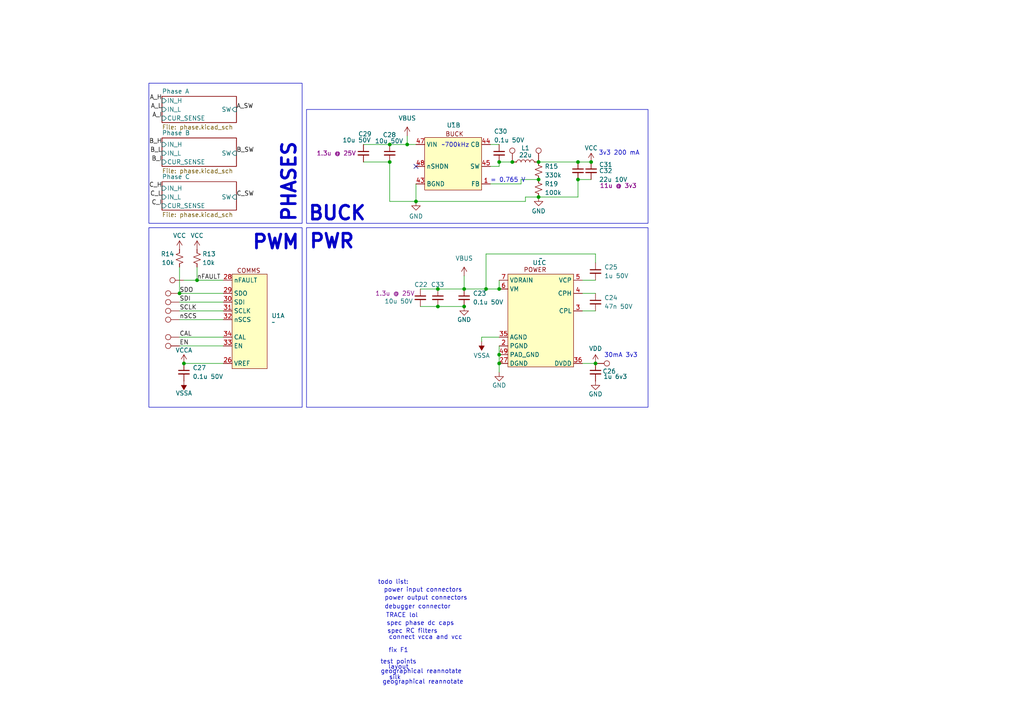
<source format=kicad_sch>
(kicad_sch (version 20250114) (generator "eeschema") (generator_version "9.0")
  (paper "A4")
  (lib_symbols
    (symbol "DRV8323RS_1"
      (property "Reference" "U" (at -2.54 10.922 0))
      (symbol "DRV8323RS_1_1_0"
        (pin no_connect line (at -12.7 -1.27 180) (length 2.54) (hide yes) (name "NC") (number "46"))
        (pin unspecified line (at -7.62 10.16 0) (length 2.54) (name "nFAULT") (number "28"))
        (pin unspecified line (at -7.62 6.35 0) (length 2.54) (name "SDO") (number "29"))
        (pin unspecified line (at -7.62 3.81 0) (length 2.54) (name "SDI") (number "30"))
        (pin unspecified line (at -7.62 1.27 0) (length 2.54) (name "SCLK") (number "31"))
        (pin unspecified line (at -7.62 -1.27 0) (length 2.54) (name "nSCS") (number "32"))
        (pin unspecified line (at -7.62 -6.35 0) (length 2.54) (name "CAL") (number "34"))
        (pin unspecified line (at -7.62 -8.89 0) (length 2.54) (name "EN") (number "33"))
        (pin unspecified line (at -7.62 -13.97 0) (length 2.54) (name "VREF") (number "26"))
      )
      (symbol "DRV8323RS_1_1_1"
        (rectangle (start -5.08 11.938) (end 5.08 -15.494) (fill (type background)))
        (text "COMMS\n" (at -0.254 12.954 0) (effects (font (size 1.27 1.27))))
      )
      (symbol "DRV8323RS_1_2_0"
        (pin unspecified line (at -11.43 13.97 0) (length 2.54) (name "VIN") (number "47"))
        (pin unspecified line (at -11.43 7.62 0) (length 2.54) (name "nSHDN") (number "48"))
        (pin unspecified line (at -11.43 2.54 0) (length 2.54) (name "BGND") (number "43"))
        (pin unspecified line (at 10.16 13.97 180) (length 2.54) (name "CB") (number "44"))
        (pin unspecified line (at 10.16 7.62 180) (length 2.54) (name "SW") (number "45"))
        (pin unspecified line (at 10.16 2.54 180) (length 2.54) (name "FB") (number "1"))
      )
      (symbol "DRV8323RS_1_2_1"
        (rectangle (start -8.89 16.002) (end 7.62 0.762) (fill (type background)))
        (text "BUCK" (at -0.254 17.018 0) (effects (font (size 1.27 1.27))))
      )
      (symbol "DRV8323RS_1_3_0"
        (pin unspecified line (at -11.43 10.16 0) (length 2.54) (name "VDRAIN") (number "7"))
        (pin unspecified line (at -11.43 7.62 0) (length 2.54) (name "VM") (number "6"))
        (pin unspecified line (at -11.43 -6.35 0) (length 2.54) (name "AGND") (number "35"))
        (pin unspecified line (at -11.43 -8.89 0) (length 2.54) (name "PGND") (number "2"))
        (pin unspecified line (at -11.43 -11.43 0) (length 2.54) (name "PAD_GND") (number "49"))
        (pin unspecified line (at -11.43 -13.97 0) (length 2.54) (name "DGND") (number "27"))
        (pin unspecified line (at 12.7 10.16 180) (length 2.54) (name "VCP") (number "5"))
        (pin unspecified line (at 12.7 6.35 180) (length 2.54) (name "CPH") (number "4"))
        (pin unspecified line (at 12.7 1.27 180) (length 2.54) (name "CPL") (number "3"))
        (pin unspecified line (at 12.7 -13.97 180) (length 2.54) (name "DVDD") (number "36"))
      )
      (symbol "DRV8323RS_1_3_1"
        (rectangle (start -8.89 11.938) (end 10.16 -14.986) (fill (type background)))
        (text "POWER" (at -1.016 13.208 0) (effects (font (size 1.27 1.27))))
      )
      (symbol "DRV8323RS_1_4_0"
        (pin unspecified line (at -8.89 5.08 0) (length 2.54) (name "INLA") (number "38"))
        (pin unspecified line (at -8.89 2.54 0) (length 2.54) (name "INHA") (number "37"))
        (pin unspecified line (at -8.89 -5.08 0) (length 2.54) (name "SOA") (number "25"))
        (pin unspecified line (at 8.89 5.08 180) (length 2.54) (name "GHA") (number "8"))
        (pin unspecified line (at 8.89 2.54 180) (length 2.54) (name "SHA") (number "9"))
        (pin unspecified line (at 8.89 0 180) (length 2.54) (name "GLA") (number "10"))
        (pin unspecified line (at 8.89 -2.54 180) (length 2.54) (name "SPA") (number "11"))
        (pin unspecified line (at 8.89 -5.08 180) (length 2.54) (name "SNA") (number "12"))
      )
      (symbol "DRV8323RS_1_4_1"
        (rectangle (start -6.35 6.858) (end 6.35 -6.35) (fill (type background)))
        (text "PHASE A" (at -0.762 8.128 0) (effects (font (size 1.27 1.27))))
      )
      (symbol "DRV8323RS_1_5_0"
        (pin unspecified line (at -8.89 5.08 0) (length 2.54) (name "INLB") (number "40"))
        (pin unspecified line (at -8.89 2.54 0) (length 2.54) (name "INHB") (number "39"))
        (pin unspecified line (at -8.89 -5.08 0) (length 2.54) (name "SOB") (number "24"))
        (pin unspecified line (at 8.89 5.08 180) (length 2.54) (name "GHB") (number "17"))
        (pin unspecified line (at 8.89 2.54 180) (length 2.54) (name "SHB") (number "16"))
        (pin unspecified line (at 8.89 0 180) (length 2.54) (name "GLB") (number "15"))
        (pin unspecified line (at 8.89 -2.54 180) (length 2.54) (name "SPB") (number "14"))
        (pin unspecified line (at 8.89 -5.08 180) (length 2.54) (name "SNB") (number "13"))
      )
      (symbol "DRV8323RS_1_5_1"
        (rectangle (start -6.35 6.35) (end 6.35 -6.858) (fill (type background)))
        (text "PHASE B" (at -0.508 7.62 0) (effects (font (size 1.27 1.27))))
      )
      (symbol "DRV8323RS_1_6_0"
        (pin unspecified line (at -8.89 5.08 0) (length 2.54) (name "INLC") (number "42"))
        (pin unspecified line (at -8.89 2.54 0) (length 2.54) (name "INHC") (number "41"))
        (pin unspecified line (at -8.89 -5.08 0) (length 2.54) (name "SOC") (number "23"))
        (pin unspecified line (at 8.89 5.08 180) (length 2.54) (name "GHC") (number "18"))
        (pin unspecified line (at 8.89 2.54 180) (length 2.54) (name "SHC") (number "19"))
        (pin unspecified line (at 8.89 0 180) (length 2.54) (name "GLC") (number "20"))
        (pin unspecified line (at 8.89 -2.54 180) (length 2.54) (name "SPC") (number "21"))
        (pin unspecified line (at 8.89 -5.08 180) (length 2.54) (name "SNC") (number "22"))
      )
      (symbol "DRV8323RS_1_6_1"
        (rectangle (start -6.35 6.35) (end 6.35 -6.858) (fill (type background)))
        (text "PHASE C" (at -0.508 7.62 0) (effects (font (size 1.27 1.27))))
      )
    )
    (symbol "Device:C_Small" (pin_numbers (hide yes)) (pin_names (offset 0.254) (hide yes))
      (property "Reference" "C" (at 0.254 1.778 0))
      (property "Value" "C_Small" (at 0.254 -2.032 0))
      (symbol "C_Small_0_1"
        (polyline (pts (xy -1.524 0.508) (xy 1.524 0.508)) (stroke (width 0.3048)))
        (polyline (pts (xy -1.524 -0.508) (xy 1.524 -0.508)) (stroke (width 0.3302)))
      )
      (symbol "C_Small_1_1"
        (pin passive line (at 0 2.54 270) (length 2.032) (name "~") (number "1"))
        (pin passive line (at 0 -2.54 90) (length 2.032) (name "~") (number "2"))
      )
    )
    (symbol "Device:L" (pin_numbers (hide yes)) (pin_names (offset 1.016) (hide yes))
      (property "Reference" "L" (at -1.27 0 90))
      (property "Value" "L" (at 1.905 0 90))
      (symbol "L_0_1"
        (arc (start 0 2.54) (mid 0.6323 1.905) (end 0 1.27))
        (arc (start 0 1.27) (mid 0.6323 0.635) (end 0 0))
        (arc (start 0 0) (mid 0.6323 -0.635) (end 0 -1.27))
        (arc (start 0 -1.27) (mid 0.6323 -1.905) (end 0 -2.54))
      )
      (symbol "L_1_1"
        (pin passive line (at 0 3.81 270) (length 1.27) (name "1") (number "1"))
        (pin passive line (at 0 -3.81 90) (length 1.27) (name "2") (number "2"))
      )
    )
    (symbol "Device:R_Small_US" (pin_numbers (hide yes)) (pin_names (offset 0.254) (hide yes))
      (property "Reference" "R" (at 0.762 0.508 0))
      (property "Value" "R_Small_US" (at 0.762 -1.016 0))
      (symbol "R_Small_US_1_1"
        (polyline (pts (xy 0 1.524) (xy 1.016 1.143) (xy 0 0.762) (xy -1.016 0.381) (xy 0 0)))
        (polyline (pts (xy 0 0) (xy 1.016 -0.381) (xy 0 -0.762) (xy -1.016 -1.143) (xy 0 -1.524)))
        (pin passive line (at 0 2.54 270) (length 1.016) (name "~") (number "1"))
        (pin passive line (at 0 -2.54 90) (length 1.016) (name "~") (number "2"))
      )
    )
    (symbol "power:GND" (power) (pin_numbers (hide yes)) (pin_names (offset 0) (hide yes))
      (property "Value" "GND" (at 0 -3.81 0))
      (symbol "GND_0_1"
        (polyline (pts (xy 0 0) (xy 0 -1.27) (xy 1.27 -1.27) (xy 0 -2.54) (xy -1.27 -1.27) (xy 0 -1.27)))
      )
      (symbol "GND_1_1"
        (pin power_in line (at 0 0 270) (length 0) (name "~") (number "1"))
      )
    )
    (symbol "power:VBUS" (power) (pin_numbers (hide yes)) (pin_names (offset 0) (hide yes))
      (property "Value" "VBUS" (at 0 3.556 0))
      (symbol "VBUS_0_1"
        (polyline (pts (xy -0.762 1.27) (xy 0 2.54)))
        (polyline (pts (xy 0 2.54) (xy 0.762 1.27)))
        (polyline (pts (xy 0 0) (xy 0 2.54)))
      )
      (symbol "VBUS_1_1"
        (pin power_in line (at 0 0 90) (length 0) (name "~") (number "1"))
      )
    )
    (symbol "power:VCC" (power) (pin_numbers (hide yes)) (pin_names (offset 0) (hide yes))
      (property "Value" "VCC" (at 0 3.556 0))
      (symbol "VCC_0_1"
        (polyline (pts (xy -0.762 1.27) (xy 0 2.54)))
        (polyline (pts (xy 0 2.54) (xy 0.762 1.27)))
        (polyline (pts (xy 0 0) (xy 0 2.54)))
      )
      (symbol "VCC_1_1"
        (pin power_in line (at 0 0 90) (length 0) (name "~") (number "1"))
      )
    )
    (symbol "power:VDD" (power) (pin_numbers (hide yes)) (pin_names (offset 0) (hide yes))
      (property "Value" "VDD" (at 0 3.556 0))
      (symbol "VDD_0_1"
        (polyline (pts (xy -0.762 1.27) (xy 0 2.54)))
        (polyline (pts (xy 0 2.54) (xy 0.762 1.27)))
        (polyline (pts (xy 0 0) (xy 0 2.54)))
      )
      (symbol "VDD_1_1"
        (pin power_in line (at 0 0 90) (length 0) (name "~") (number "1"))
      )
    )
    (symbol "power:VSSA" (power) (pin_numbers (hide yes)) (pin_names (offset 0) (hide yes))
      (property "Value" "VSSA" (at 0 3.556 0))
      (symbol "VSSA_0_1"
        (polyline (pts (xy 0 0) (xy 0 2.54)))
        (polyline (pts (xy 0.762 1.27) (xy -0.762 1.27) (xy 0 2.54) (xy 0.762 1.27)) (fill (type outline)))
      )
      (symbol "VSSA_1_1"
        (pin power_in line (at 0 0 90) (length 0) (name "~") (number "1"))
      )
    )
    (symbol "project:DRV8323RS"
      (property "Reference" "U" (at -2.54 10.922 0))
      (symbol "DRV8323RS_1_0"
        (pin no_connect line (at -12.7 -1.27 180) (length 2.54) (hide yes) (name "NC") (number "46"))
        (pin unspecified line (at -7.62 10.16 0) (length 2.54) (name "nFAULT") (number "28"))
        (pin unspecified line (at -7.62 6.35 0) (length 2.54) (name "SDO") (number "29"))
        (pin unspecified line (at -7.62 3.81 0) (length 2.54) (name "SDI") (number "30"))
        (pin unspecified line (at -7.62 1.27 0) (length 2.54) (name "SCLK") (number "31"))
        (pin unspecified line (at -7.62 -1.27 0) (length 2.54) (name "nSCS") (number "32"))
        (pin unspecified line (at -7.62 -6.35 0) (length 2.54) (name "CAL") (number "34"))
        (pin unspecified line (at -7.62 -8.89 0) (length 2.54) (name "EN") (number "33"))
        (pin unspecified line (at -7.62 -13.97 0) (length 2.54) (name "VREF") (number "26"))
      )
      (symbol "DRV8323RS_1_1"
        (rectangle (start -5.08 11.938) (end 5.08 -15.494) (fill (type background)))
        (text "COMMS\n" (at -0.254 12.954 0) (effects (font (size 1.27 1.27))))
      )
      (symbol "DRV8323RS_2_0"
        (pin unspecified line (at -11.43 13.97 0) (length 2.54) (name "VIN") (number "47"))
        (pin unspecified line (at -11.43 7.62 0) (length 2.54) (name "nSHDN") (number "48"))
        (pin unspecified line (at -11.43 2.54 0) (length 2.54) (name "BGND") (number "43"))
        (pin unspecified line (at 10.16 13.97 180) (length 2.54) (name "CB") (number "44"))
        (pin unspecified line (at 10.16 7.62 180) (length 2.54) (name "SW") (number "45"))
        (pin unspecified line (at 10.16 2.54 180) (length 2.54) (name "FB") (number "1"))
      )
      (symbol "DRV8323RS_2_1"
        (rectangle (start -8.89 16.002) (end 7.62 0.762) (fill (type background)))
        (text "BUCK" (at -0.254 17.018 0) (effects (font (size 1.27 1.27))))
      )
      (symbol "DRV8323RS_3_0"
        (pin unspecified line (at -11.43 10.16 0) (length 2.54) (name "VDRAIN") (number "7"))
        (pin unspecified line (at -11.43 7.62 0) (length 2.54) (name "VM") (number "6"))
        (pin unspecified line (at -11.43 -6.35 0) (length 2.54) (name "AGND") (number "35"))
        (pin unspecified line (at -11.43 -8.89 0) (length 2.54) (name "PGND") (number "2"))
        (pin unspecified line (at -11.43 -11.43 0) (length 2.54) (name "PAD_GND") (number "P"))
        (pin unspecified line (at -11.43 -13.97 0) (length 2.54) (name "DGND") (number "27"))
        (pin unspecified line (at 12.7 10.16 180) (length 2.54) (name "VCP") (number "5"))
        (pin unspecified line (at 12.7 6.35 180) (length 2.54) (name "CPH") (number "4"))
        (pin unspecified line (at 12.7 1.27 180) (length 2.54) (name "CPL") (number "3"))
        (pin unspecified line (at 12.7 -13.97 180) (length 2.54) (name "DVDD") (number "36"))
      )
      (symbol "DRV8323RS_3_1"
        (rectangle (start -8.89 11.938) (end 10.16 -14.986) (fill (type background)))
        (text "POWER" (at -1.016 13.208 0) (effects (font (size 1.27 1.27))))
      )
      (symbol "DRV8323RS_4_0"
        (pin unspecified line (at -8.89 5.08 0) (length 2.54) (name "INLA") (number "38"))
        (pin unspecified line (at -8.89 2.54 0) (length 2.54) (name "INHA") (number "37"))
        (pin unspecified line (at -8.89 -5.08 0) (length 2.54) (name "SOA") (number "25"))
        (pin unspecified line (at 8.89 5.08 180) (length 2.54) (name "GHA") (number "8"))
        (pin unspecified line (at 8.89 2.54 180) (length 2.54) (name "SHA") (number "9"))
        (pin unspecified line (at 8.89 0 180) (length 2.54) (name "GLA") (number "10"))
        (pin unspecified line (at 8.89 -2.54 180) (length 2.54) (name "SPA") (number "11"))
        (pin unspecified line (at 8.89 -5.08 180) (length 2.54) (name "SNA") (number "12"))
      )
      (symbol "DRV8323RS_4_1"
        (rectangle (start -6.35 6.858) (end 6.35 -6.35) (fill (type background)))
        (text "PHASE A" (at -0.762 8.128 0) (effects (font (size 1.27 1.27))))
      )
      (symbol "DRV8323RS_5_0"
        (pin unspecified line (at -8.89 5.08 0) (length 2.54) (name "INLB") (number "40"))
        (pin unspecified line (at -8.89 2.54 0) (length 2.54) (name "INHB") (number "39"))
        (pin unspecified line (at -8.89 -5.08 0) (length 2.54) (name "SOB") (number "24"))
        (pin unspecified line (at 8.89 5.08 180) (length 2.54) (name "GHB") (number "17"))
        (pin unspecified line (at 8.89 2.54 180) (length 2.54) (name "SHB") (number "16"))
        (pin unspecified line (at 8.89 0 180) (length 2.54) (name "GLB") (number "15"))
        (pin unspecified line (at 8.89 -2.54 180) (length 2.54) (name "SPB") (number "14"))
        (pin unspecified line (at 8.89 -5.08 180) (length 2.54) (name "SNB") (number "13"))
      )
      (symbol "DRV8323RS_5_1"
        (rectangle (start -6.35 6.35) (end 6.35 -6.858) (fill (type background)))
        (text "PHASE B" (at -0.508 7.62 0) (effects (font (size 1.27 1.27))))
      )
      (symbol "DRV8323RS_6_0"
        (pin unspecified line (at -8.89 5.08 0) (length 2.54) (name "INLC") (number "42"))
        (pin unspecified line (at -8.89 2.54 0) (length 2.54) (name "INHC") (number "41"))
        (pin unspecified line (at -8.89 -5.08 0) (length 2.54) (name "SOC") (number "23"))
        (pin unspecified line (at 8.89 5.08 180) (length 2.54) (name "GHC") (number "18"))
        (pin unspecified line (at 8.89 2.54 180) (length 2.54) (name "SHC") (number "19"))
        (pin unspecified line (at 8.89 0 180) (length 2.54) (name "GLC") (number "20"))
        (pin unspecified line (at 8.89 -2.54 180) (length 2.54) (name "SPC") (number "21"))
        (pin unspecified line (at 8.89 -5.08 180) (length 2.54) (name "SNC") (number "22"))
      )
      (symbol "DRV8323RS_6_1"
        (rectangle (start -6.35 6.35) (end 6.35 -6.858) (fill (type background)))
        (text "PHASE C" (at -0.508 7.62 0) (effects (font (size 1.27 1.27))))
      )
    )
    (symbol "project:TestPoint" (pin_numbers (hide yes)) (pin_names (offset 0.762) (hide yes)) (in_bom no)
      (property "Value" "test point" (at 0 5.334 0))
      (symbol "TestPoint_0_1"
        (circle (center 0 3.302) (radius 0.762))
      )
      (symbol "TestPoint_1_1"
        (pin passive line (at 0 0 90) (length 2.54) (name "1") (number "1"))
      )
    )
    (symbol "project:VCCA" (power) (pin_numbers (hide yes)) (pin_names (offset 0) (hide yes))
      (property "Value" "VCCA" (at 0 3.556 0))
      (symbol "VCCA_0_1"
        (polyline (pts (xy -0.762 1.27) (xy 0 2.54)))
        (polyline (pts (xy 0 2.54) (xy 0.762 1.27)))
        (polyline (pts (xy 0 0) (xy 0 2.54)))
      )
      (symbol "VCCA_1_1"
        (pin power_in line (at 0 0 90) (length 0) (name "~") (number "1"))
      )
    )
    (symbol "project:my_STM32G474VEHx"
      (property "Reference" "U" (at -15.24 69.85 0))
      (property "Value" "my_STM32G474VEHx" (at 10.16 69.85 0))
      (symbol "my_STM32G474VEHx_0_1"
        (rectangle (start -15.24 68.58) (end 36.83 -66.04) (stroke (width 0.254)) (fill (type background)))
      )
      (symbol "my_STM32G474VEHx_1_1"
        (pin input line (at -20.32 63.5 0) (length 5.08) (name "VREF+") (number "K5"))
        (pin bidirectional line (at -20.32 58.42 0) (length 5.08) (name "PG10") (number "F3"))
        (pin bidirectional line (at -20.32 53.34 0) (length 5.08) (name "PF0") (number "E1"))
        (pin bidirectional line (at -20.32 50.8 0) (length 5.08) (name "PF1") (number "E2"))
        (pin bidirectional line (at -20.32 48.26 0) (length 5.08) (name "PF2") (number "G3"))
        (pin bidirectional line (at -20.32 45.72 0) (length 5.08) (name "PF9") (number "E3"))
        (pin bidirectional line (at -20.32 43.18 0) (length 5.08) (name "PF10") (number "E4"))
        (pin bidirectional line (at -20.32 38.1 0) (length 5.08) (name "PE0") (number "C4"))
        (pin bidirectional line (at -20.32 35.56 0) (length 5.08) (name "PE1") (number "B3"))
        (pin bidirectional line (at -20.32 33.02 0) (length 5.08) (name "PE2") (number "C3") (alternate "SYS_TRACECLK" bidirectional line))
        (pin bidirectional line (at -20.32 30.48 0) (length 5.08) (name "PE3") (number "B2") (alternate "SYS_TRACED0" bidirectional line))
        (pin bidirectional line (at -20.32 27.94 0) (length 5.08) (name "PE4") (number "A1") (alternate "SYS_TRACED1" bidirectional line))
        (pin bidirectional line (at -20.32 25.4 0) (length 5.08) (name "PE5") (number "B1") (alternate "SYS_TRACED2" bidirectional line))
        (pin bidirectional line (at -20.32 22.86 0) (length 5.08) (name "PE6") (number "C2") (alternate "SYS_TRACED3" bidirectional line))
        (pin bidirectional line (at -20.32 20.32 0) (length 5.08) (name "PE7") (number "G5"))
        (pin bidirectional line (at -20.32 17.78 0) (length 5.08) (name "PE8") (number "H5"))
        (pin bidirectional line (at -20.32 15.24 0) (length 5.08) (name "PE9") (number "H6"))
        (pin bidirectional line (at -20.32 12.7 0) (length 5.08) (name "PE10") (number "K6"))
        (pin bidirectional line (at -20.32 10.16 0) (length 5.08) (name "PE11") (number "J6"))
        (pin bidirectional line (at -20.32 7.62 0) (length 5.08) (name "PE12") (number "G6"))
        (pin bidirectional line (at -20.32 5.08 0) (length 5.08) (name "PE13") (number "K7"))
        (pin bidirectional line (at -20.32 2.54 0) (length 5.08) (name "PE14") (number "J7"))
        (pin bidirectional line (at -20.32 0 0) (length 5.08) (name "PE15") (number "H7"))
        (pin bidirectional line (at -20.32 -5.08 0) (length 5.08) (name "PD0") (number "B8"))
        (pin bidirectional line (at -20.32 -7.62 0) (length 5.08) (name "PD1") (number "A9"))
        (pin bidirectional line (at -20.32 -10.16 0) (length 5.08) (name "PD2") (number "B7"))
        (pin bidirectional line (at -20.32 -12.7 0) (length 5.08) (name "PD3") (number "C6"))
        (pin bidirectional line (at -20.32 -15.24 0) (length 5.08) (name "PD4") (number "A8"))
        (pin bidirectional line (at -20.32 -17.78 0) (length 5.08) (name "PD5") (number "A7"))
        (pin bidirectional line (at -20.32 -20.32 0) (length 5.08) (name "PD6") (number "A6"))
        (pin bidirectional line (at -20.32 -22.86 0) (length 5.08) (name "PD7") (number "B6"))
        (pin bidirectional line (at -20.32 -25.4 0) (length 5.08) (name "PD8") (number "K10"))
        (pin bidirectional line (at -20.32 -27.94 0) (length 5.08) (name "PD9") (number "G8"))
        (pin bidirectional line (at -20.32 -30.48 0) (length 5.08) (name "PD10") (number "G7"))
        (pin bidirectional line (at -20.32 -33.02 0) (length 5.08) (name "PD11") (number "H10"))
        (pin bidirectional line (at -20.32 -35.56 0) (length 5.08) (name "PD12") (number "J10"))
        (pin bidirectional line (at -20.32 -38.1 0) (length 5.08) (name "PD13") (number "G9"))
        (pin bidirectional line (at -20.32 -40.64 0) (length 5.08) (name "PD14") (number "F8"))
        (pin bidirectional line (at -20.32 -43.18 0) (length 5.08) (name "PD15") (number "G10"))
        (pin power_in line (at 2.54 73.66 270) (length 5.08) (name "VBAT") (number "D3"))
        (pin power_in line (at 5.08 73.66 270) (length 5.08) (name "VDD") (number "D5"))
        (pin power_in line (at 7.62 73.66 270) (length 5.08) (name "VDD") (number "D7"))
        (pin power_in line (at 8.89 -71.12 90) (length 5.08) (name "VSS") (number "D2"))
        (pin passive line (at 8.89 -71.12 90) (length 5.08) (hide yes) (name "VSS") (number "D6"))
        (pin passive line (at 8.89 -71.12 90) (length 5.08) (hide yes) (name "VSS") (number "E5"))
        (pin passive line (at 8.89 -71.12 90) (length 5.08) (hide yes) (name "VSS") (number "E6"))
        (pin passive line (at 8.89 -71.12 90) (length 5.08) (hide yes) (name "VSS") (number "E7"))
        (pin passive line (at 8.89 -71.12 90) (length 5.08) (hide yes) (name "VSS") (number "F6"))
        (pin power_in line (at 10.16 73.66 270) (length 5.08) (name "VDD") (number "F5"))
        (pin power_in line (at 11.43 -71.12 90) (length 5.08) (name "VSSA") (number "K4"))
        (pin power_in line (at 12.7 73.66 270) (length 5.08) (name "VDD") (number "F7"))
        (pin power_in line (at 15.24 73.66 270) (length 5.08) (name "VDDA") (number "J5"))
        (pin bidirectional line (at 41.91 63.5 180) (length 5.08) (name "PA0") (number "G4"))
        (pin bidirectional line (at 41.91 60.96 180) (length 5.08) (name "PA1") (number "G2") (alternate "TIM5_CH2" bidirectional line))
        (pin bidirectional line (at 41.91 58.42 180) (length 5.08) (name "PA2") (number "H1") (alternate "ADC1_IN3" bidirectional line))
        (pin bidirectional line (at 41.91 55.88 180) (length 5.08) (name "PA3") (number "H3"))
        (pin bidirectional line (at 41.91 53.34 180) (length 5.08) (name "PA4") (number "H2") (alternate "SPI3_NSS" bidirectional line))
        (pin bidirectional line (at 41.91 50.8 180) (length 5.08) (name "PA5") (number "J1"))
        (pin bidirectional line (at 41.91 48.26 180) (length 5.08) (name "PA6") (number "J2"))
        (pin bidirectional line (at 41.91 45.72 180) (length 5.08) (name "PA7") (number "K1"))
        (pin bidirectional line (at 41.91 43.18 180) (length 5.08) (name "PA8") (number "E10"))
        (pin bidirectional line (at 41.91 40.64 180) (length 5.08) (name "PA9") (number "D10"))
        (pin bidirectional line (at 41.91 38.1 180) (length 5.08) (name "PA10") (number "D9") (alternate "HRTIM1_CHB1" bidirectional line))
        (pin bidirectional line (at 41.91 35.56 180) (length 5.08) (name "PA11") (number "C10") (alternate "HRTIM1_CHB2" bidirectional line))
        (pin bidirectional line (at 41.91 33.02 180) (length 5.08) (name "PA12") (number "C9"))
        (pin bidirectional line (at 41.91 30.48 180) (length 5.08) (name "PA13") (number "D8") (alternate "SYS_JTMS-SWDIO" bidirectional line))
        (pin bidirectional line (at 41.91 27.94 180) (length 5.08) (name "PA14") (number "B10") (alternate "SYS_JTCK-SWCLK" bidirectional line))
        (pin bidirectional line (at 41.91 25.4 180) (length 5.08) (name "PA15") (number "B9") (alternate "SPI3_NSS" bidirectional line))
        (pin bidirectional line (at 41.91 20.32 180) (length 5.08) (name "PB0") (number "H4"))
        (pin bidirectional line (at 41.91 17.78 180) (length 5.08) (name "PB1") (number "K3"))
        (pin bidirectional line (at 41.91 15.24 180) (length 5.08) (name "PB2") (number "J4"))
        (pin bidirectional line (at 41.91 12.7 180) (length 5.08) (name "PB3") (number "A5") (alternate "SPI3_SCK" bidirectional line) (alternate "SYS_JTDO-SWO" bidirectional line))
        (pin bidirectional line (at 41.91 10.16 180) (length 5.08) (name "PB4") (number "C5") (alternate "SPI3_MISO" bidirectional line))
        (pin bidirectional line (at 41.91 7.62 180) (length 5.08) (name "PB5") (number "B5") (alternate "SPI3_MOSI" bidirectional line))
        (pin bidirectional line (at 41.91 5.08 180) (length 5.08) (name "PB6") (number "A4"))
        (pin bidirectional line (at 41.91 2.54 180) (length 5.08) (name "PB7") (number "B4"))
        (pin bidirectional line (at 41.91 0 180) (length 5.08) (name "PB8") (number "A3"))
        (pin bidirectional line (at 41.91 -2.54 180) (length 5.08) (name "PB9") (number "A2"))
        (pin bidirectional line (at 41.91 -5.08 180) (length 5.08) (name "PB10") (number "J8"))
        (pin bidirectional line (at 41.91 -7.62 180) (length 5.08) (name "PB11") (number "H8"))
        (pin bidirectional line (at 41.91 -10.16 180) (length 5.08) (name "PB12") (number "K8") (alternate "" input line))
        (pin bidirectional line (at 41.91 -12.7 180) (length 5.08) (name "PB13") (number "J9") (alternate "" input line))
        (pin bidirectional line (at 41.91 -15.24 180) (length 5.08) (name "PB14") (number "H9") (alternate "" input line))
        (pin bidirectional line (at 41.91 -17.78 180) (length 5.08) (name "PB15") (number "K9") (alternate "" input line))
        (pin bidirectional line (at 41.91 -22.86 180) (length 5.08) (name "PC0") (number "F2"))
        (pin bidirectional line (at 41.91 -25.4 180) (length 5.08) (name "PC1") (number "F4"))
        (pin bidirectional line (at 41.91 -27.94 180) (length 5.08) (name "PC2") (number "F1") (alternate "ADC1_IN8" bidirectional line))
        (pin bidirectional line (at 41.91 -30.48 180) (length 5.08) (name "PC3") (number "G1") (alternate "ADC1_IN9" bidirectional line))
        (pin bidirectional line (at 41.91 -33.02 180) (length 5.08) (name "PC4") (number "K2"))
        (pin bidirectional line (at 41.91 -35.56 180) (length 5.08) (name "PC5") (number "J3"))
        (pin bidirectional line (at 41.91 -38.1 180) (length 5.08) (name "PC6") (number "F9") (alternate "HRTIM1_CHF1" bidirectional line))
        (pin bidirectional line (at 41.91 -40.64 180) (length 5.08) (name "PC7") (number "F10") (alternate "HRTIM1_CHF2" bidirectional line))
        (pin bidirectional line (at 41.91 -43.18 180) (length 5.08) (name "PC8") (number "E8") (alternate "HRTIM1_CHE1" bidirectional line))
        (pin bidirectional line (at 41.91 -45.72 180) (length 5.08) (name "PC9") (number "E9") (alternate "HRTIM1_CHE2" bidirectional line))
        (pin bidirectional line (at 41.91 -48.26 180) (length 5.08) (name "PC10") (number "C8") (alternate "SPI3_SCK" bidirectional line))
        (pin bidirectional line (at 41.91 -50.8 180) (length 5.08) (name "PC11") (number "C7") (alternate "SPI3_MISO" bidirectional line))
        (pin bidirectional line (at 41.91 -53.34 180) (length 5.08) (name "PC12") (number "A10") (alternate "SPI3_MOSI" bidirectional line) (alternate "TIM5_CH2" bidirectional line))
        (pin bidirectional line (at 41.91 -55.88 180) (length 5.08) (name "PC13") (number "D4"))
        (pin bidirectional line (at 41.91 -58.42 180) (length 5.08) (name "PC14") (number "C1"))
        (pin bidirectional line (at 41.91 -60.96 180) (length 5.08) (name "PC15") (number "D1"))
      )
    )
  )
  (rectangle (start 88.9 66.04) (end 187.96 118.11))
  (rectangle (start 505.46 17.78) (end 626.11 46.99))
  (rectangle (start 88.9 31.75) (end 187.96 64.77))
  (rectangle (start 43.18 66.04) (end 87.63 118.11))
  (rectangle (start 43.18 24.13) (end 87.63 64.77))
  (rectangle (start 504.19 50.8) (end 624.84 80.01))
  (text "30mA 3v3" (at 180.086 103.124 0) (effects (font (size 1.27 1.27))))
  (text "stm32g474\n" (at 510.794 16.51 0) (effects (font (size 1.27 1.27))))
  (text "debugger connector" (at 111.506 176.784 0) (effects (font (size 1.27 1.27)) (justify left bottom)))
  (text "geographical reannotate" (at 122.682 197.866 0) (effects (font (size 1.27 1.27))))
  (text "PWM" (at 80.01 70.358 0) (effects (font (size 4 4) (thickness 0.8) (bold yes))))
  (text "Timer E" (at 465.582 147.828 0) (effects (font (size 1.27 1.27))))
  (text "need to be pinned to:" (at 531.114 21.844 0) (effects (font (size 3 3))))
  (text "~700kHz" (at 132.08 42.164 0) (effects (font (size 1.27 1.27))))
  (text "spec RC filters" (at 119.634 183.134 0) (effects (font (size 1.27 1.27))))
  (text "need to go somewhere" (at 533.654 54.102 0) (effects (font (size 3 3))))
  (text "BUCK" (at 97.79 61.976 0) (effects (font (size 4 4) (thickness 0.8) (bold yes))))
  (text "PHASES" (at 83.82 52.832 90) (effects (font (size 4 4) (thickness 0.8) (bold yes))))
  (text "connect vcca and vcc\n" (at 123.444 184.912 0) (effects (font (size 1.27 1.27))))
  (text "adc" (at 563.626 28.956 0) (effects (font (size 1.27 1.27))))
  (text "power input connectors" (at 122.682 171.196 0) (effects (font (size 1.27 1.27))))
  (text "test points" (at 115.57 192.024 0) (effects (font (size 1.27 1.27))))
  (text "general GPIO" (at 515.62 29.464 0) (effects (font (size 1.27 1.27))))
  (text "layout" (at 115.57 193.548 0) (effects (font (size 1.27 1.27))))
  (text "PWR" (at 96.266 70.104 0) (effects (font (size 4 4) (thickness 0.8) (bold yes))))
  (text "3v3 200 mA" (at 179.578 44.45 0) (effects (font (size 1.27 1.27))))
  (text "power output connectors" (at 111.506 174.244 0) (effects (font (size 1.27 1.27)) (justify left bottom)))
  (text "STM32G474VEH6 \n" (at 422.402 16.51 0) (effects (font (size 1.27 1.27))))
  (text "spec phase dc caps" (at 121.92 180.848 0) (effects (font (size 1.27 1.27))))
  (text "Timer B" (at 466.598 66.548 0) (effects (font (size 1.27 1.27))))
  (text "silk" (at 114.554 196.596 0) (effects (font (size 1.27 1.27))))
  (text "timer(hard)" (at 532.384 29.464 0) (effects (font (size 1.27 1.27))))
  (text "TRACE lol\n" (at 116.586 178.562 0) (effects (font (size 1.27 1.27))))
  (text "fix F1\n" (at 115.57 188.722 0) (effects (font (size 1.27 1.27))))
  (text "todo list:\n" (at 114.046 168.91 0) (effects (font (size 1.27 1.27))))
  (text "= 0.765 V" (at 147.32 52.324 0) (effects (font (size 1.27 1.27))))
  (text "geographical reannotate" (at 122.174 194.818 0) (effects (font (size 1.27 1.27))))
  (text "Timer F\n" (at 465.582 142.494 0) (effects (font (size 1.27 1.27))))
  (text "timer(easy)\n" (at 549.402 29.464 0) (effects (font (size 1.27 1.27))))
  (junction (at 118.11 41.91))
  (junction (at 144.78 102.87))
  (junction (at 144.78 46.99))
  (junction (at 156.21 57.15))
  (junction (at 53.34 105.41))
  (junction (at 134.62 88.9))
  (junction (at 134.62 83.82))
  (junction (at 167.64 52.07))
  (junction (at 127 88.9))
  (junction (at 57.15 81.28))
  (junction (at 420.37 30.48))
  (junction (at 144.78 105.41))
  (junction (at 171.45 46.99))
  (junction (at 148.59 46.99))
  (junction (at 156.21 52.07))
  (junction (at 113.03 46.99))
  (junction (at 422.91 30.48))
  (junction (at 140.97 83.82))
  (junction (at 425.45 30.48))
  (junction (at 113.03 41.91))
  (junction (at 172.72 105.41))
  (junction (at 120.65 58.42))
  (junction (at 156.21 46.99))
  (junction (at 52.07 85.09))
  (junction (at 167.64 46.99))
  (junction (at 127 83.82))
  (junction (at 144.78 83.82))
  (no_connect (at 120.65 48.26))
  (wire (pts (xy 151.13 52.07) (xy 156.21 52.07)))
  (wire (pts (xy 144.78 46.99) (xy 148.59 46.99)))
  (wire (pts (xy 144.78 105.41) (xy 144.78 107.95)))
  (wire (pts (xy 457.2 132.08) (xy 463.55 132.08)))
  (wire (pts (xy 134.62 83.82) (xy 127 83.82)))
  (wire (pts (xy 167.64 52.07) (xy 171.45 52.07)))
  (wire (pts (xy 53.34 81.28) (xy 57.15 81.28)))
  (wire (pts (xy 144.78 97.79) (xy 139.7 97.79)))
  (wire (pts (xy 457.2 78.74) (xy 472.44 78.74)))
  (wire (pts (xy 422.91 30.48) (xy 425.45 30.48)))
  (wire (pts (xy 113.03 41.91) (xy 118.11 41.91)))
  (wire (pts (xy 140.97 73.66) (xy 140.97 83.82)))
  (wire (pts (xy 472.44 152.4) (xy 457.2 152.4)))
  (wire (pts (xy 142.24 41.91) (xy 144.78 41.91)))
  (wire (pts (xy 420.37 30.48) (xy 422.91 30.48)))
  (wire (pts (xy 472.44 96.52) (xy 457.2 96.52)))
  (wire (pts (xy 127 83.82) (xy 121.92 83.82)))
  (wire (pts (xy 172.72 73.66) (xy 140.97 73.66)))
  (wire (pts (xy 52.07 87.63) (xy 64.77 87.63)))
  (wire (pts (xy 139.7 97.79) (xy 139.7 99.06)))
  (wire (pts (xy 168.91 105.41) (xy 172.72 105.41)))
  (wire (pts (xy 156.21 57.15) (xy 167.64 57.15)))
  (wire (pts (xy 422.91 176.53) (xy 424.18 176.53)))
  (wire (pts (xy 57.15 77.47) (xy 57.15 81.28)))
  (wire (pts (xy 426.72 176.53) (xy 427.99 176.53)))
  (wire (pts (xy 52.07 90.17) (xy 64.77 90.17)))
  (wire (pts (xy 53.34 105.41) (xy 64.77 105.41)))
  (wire (pts (xy 156.21 46.99) (xy 167.64 46.99)))
  (wire (pts (xy 151.13 52.07) (xy 151.13 53.34)))
  (wire (pts (xy 52.07 100.33) (xy 64.77 100.33)))
  (wire (pts (xy 52.07 85.09) (xy 64.77 85.09)))
  (wire (pts (xy 134.62 83.82) (xy 140.97 83.82)))
  (wire (pts (xy 168.91 90.17) (xy 172.72 90.17)))
  (wire (pts (xy 144.78 81.28) (xy 144.78 83.82)))
  (wire (pts (xy 144.78 48.26) (xy 144.78 46.99)))
  (wire (pts (xy 151.13 53.34) (xy 142.24 53.34)))
  (wire (pts (xy 113.03 58.42) (xy 120.65 58.42)))
  (wire (pts (xy 144.78 100.33) (xy 144.78 102.87)))
  (wire (pts (xy 152.4 57.15) (xy 152.4 58.42)))
  (wire (pts (xy 424.18 176.53) (xy 424.18 175.26)))
  (wire (pts (xy 152.4 57.15) (xy 156.21 57.15)))
  (wire (pts (xy 140.97 83.82) (xy 144.78 83.82)))
  (wire (pts (xy 120.65 53.34) (xy 120.65 58.42)))
  (wire (pts (xy 168.91 81.28) (xy 172.72 81.28)))
  (wire (pts (xy 57.15 81.28) (xy 64.77 81.28)))
  (wire (pts (xy 394.97 40.64) (xy 394.97 38.1)))
  (wire (pts (xy 105.41 46.99) (xy 113.03 46.99)))
  (wire (pts (xy 113.03 46.99) (xy 113.03 58.42)))
  (wire (pts (xy 52.07 77.47) (xy 52.07 85.09)))
  (wire (pts (xy 425.45 30.48) (xy 427.99 30.48)))
  (wire (pts (xy 134.62 80.01) (xy 134.62 83.82)))
  (wire (pts (xy 142.24 48.26) (xy 144.78 48.26)))
  (wire (pts (xy 152.4 58.42) (xy 120.65 58.42)))
  (wire (pts (xy 167.64 52.07) (xy 167.64 57.15)))
  (wire (pts (xy 105.41 41.91) (xy 113.03 41.91)))
  (wire (pts (xy 144.78 102.87) (xy 144.78 105.41)))
  (wire (pts (xy 52.07 97.79) (xy 64.77 97.79)))
  (wire (pts (xy 472.44 154.94) (xy 457.2 154.94)))
  (wire (pts (xy 426.72 175.26) (xy 426.72 176.53)))
  (wire (pts (xy 417.83 30.48) (xy 420.37 30.48)))
  (wire (pts (xy 118.11 41.91) (xy 120.65 41.91)))
  (wire (pts (xy 118.11 39.37) (xy 118.11 41.91)))
  (wire (pts (xy 134.62 88.9) (xy 127 88.9)))
  (wire (pts (xy 168.91 85.09) (xy 172.72 85.09)))
  (wire (pts (xy 127 88.9) (xy 121.92 88.9)))
  (wire (pts (xy 52.07 92.71) (xy 64.77 92.71)))
  (wire (pts (xy 172.72 76.2) (xy 172.72 73.66)))
  (wire (pts (xy 167.64 46.99) (xy 171.45 46.99)))
  (label "TRACECLK" (at 394.97 71.12 180))
  (label "A_SW" (at 68.58 31.75 0))
  (label "B_L" (at 46.99 44.45 180))
  (label "nSCS" (at 472.44 78.74 180))
  (label "A_H" (at 46.99 29.21 180))
  (label "SCLK" (at 52.07 90.17 0))
  (label "TRACE0" (at 508 69.85 0))
  (label "EN" (at 52.07 100.33 0))
  (label "SDI" (at 472.44 96.52 180))
  (label "B_SW" (at 68.58 44.45 0))
  (label "SWCLK" (at 457.2 76.2 0))
  (label "C_H" (at 46.99 54.61 180))
  (label "A_L" (at 457.2 66.04 0))
  (label "C_SW" (at 68.58 57.15 0))
  (label "SDO" (at 472.44 154.94 180))
  (label "SDI" (at 52.07 87.63 0))
  (label "C_L" (at 457.2 142.24 0))
  (label "nFAULT" (at 57.15 81.28 0))
  (label "B_I" (at 457.2 134.62 0))
  (label "nFAULT" (at 513.08 35.56 0))
  (label "C_I" (at 457.2 45.72 0))
  (label "TRACECLK" (at 508 67.31 0))
  (label "B_H" (at 46.99 41.91 180))
  (label "A_L" (at 46.99 31.75 180))
  (label "nSCS" (at 52.07 92.71 0))
  (label "B_L" (at 457.2 147.32 0))
  (label "C_L" (at 46.99 57.15 180))
  (label "C_H" (at 457.2 144.78 0))
  (label "A_H" (at 457.2 68.58 0))
  (label "SWO" (at 508 64.77 0))
  (label "TRACE0" (at 394.97 73.66 180))
  (label "C_I" (at 46.99 59.69 180))
  (label "TRACE2" (at 508 74.93 0))
  (label "TRACE1" (at 394.97 76.2 180))
  (label "SDO" (at 52.07 85.09 0))
  (label "B_H" (at 457.2 149.86 0))
  (label "SWDIO" (at 457.2 73.66 0))
  (label "EN" (at 457.2 157.48 0))
  (label "CAL" (at 52.07 97.79 0))
  (label "TRACE3" (at 508 77.47 0))
  (label "SWO" (at 457.2 91.44 0))
  (label "SCLK" (at 472.44 152.4 180))
  (label "SPI_NSS" (at 457.2 78.74 0))
  (label "SWDIO" (at 508 59.69 0))
  (label "SWCLK" (at 508 62.23 0))
  (label "A_I" (at 463.55 132.08 0))
  (label "TRACE1" (at 508 72.39 0))
  (label "B_I" (at 46.99 46.99 180))
  (label "CAL" (at 457.2 71.12 0))
  (label "TRACE2" (at 394.97 78.74 180))
  (label "A_I" (at 46.99 34.29 180))
  (label "TRACE3" (at 394.97 81.28 180))
  (symbol (lib_id "project:TestPoint") (at 52.07 100.33 90) (unit 1) (in_bom no)
    (property "Reference" "TP15" (effects (hide yes)))
    (property "Value" "test point" (effects (hide yes)))
    (property "Footprint" "project:test point d1.5" (effects (hide yes)))
    (property "Description" "test point" (effects (hide yes)))
  )
  (symbol (lib_id "power:VSSA") (at 139.7 99.06 180) (unit 1)
    (property "Reference" "#PWR026" (effects (hide yes)))
    (property "Value" "VSSA" (at 139.7 103.124 0))
    (property "Description" "Power symbol creates a global label with name \"VSSA\"" (effects (hide yes)))
  )
  (symbol (lib_id "power:GND") (at 134.62 88.9 0) (unit 1)
    (property "Reference" "#PWR010" (effects (hide yes)))
    (property "Value" "GND" (at 134.62 92.71 0))
    (property "Description" "Power symbol creates a global label with name \"GND\" , ground" (effects (hide yes)))
  )
  (symbol (lib_id "Device:R_Small_US") (at 57.15 74.93 180) (unit 1)
    (property "Reference" "R13" (at 58.674 73.66 0) (effects (justify right)))
    (property "Value" "10k" (at 58.674 76.2 0) (effects (justify right)))
    (property "Footprint" "Resistor_SMD:R_0402_1005Metric" (effects (hide yes)))
    (property "Description" "Resistor, small US symbol" (effects (hide yes)))
  )
  (symbol (lib_id "Device:C_Small") (at 134.62 86.36 0) (unit 1)
    (property "Reference" "C23" (at 137.16 85.0962 0) (effects (justify left)))
    (property "Value" "0.1u 50V" (at 137.16 87.6362 0) (effects (justify left)))
    (property "Footprint" "Capacitor_SMD:C_0402_1005Metric" (effects (hide yes)))
    (property "Description" "Unpolarized capacitor, small symbol" (effects (hide yes)))
    (property "MPN" "GRM155C81H104ME19J" (effects (hide yes)))
  )
  (symbol (lib_id "Device:C_Small") (at 172.72 87.63 0) (unit 1)
    (property "Reference" "C24" (at 175.26 86.3662 0) (effects (justify left)))
    (property "Value" "47n 50V" (at 175.26 88.9062 0) (effects (justify left)))
    (property "Footprint" "Capacitor_SMD:C_0402_1005Metric" (effects (hide yes)))
    (property "Description" "Unpolarized capacitor, small symbol" (effects (hide yes)))
    (property "MPN" " GRM155R71H473ME14J " (effects (hide yes)))
  )
  (symbol (lib_id "power:GND") (at 156.21 57.15 0) (unit 1)
    (property "Reference" "#PWR019" (effects (hide yes)))
    (property "Value" "GND" (at 156.21 61.214 0))
    (property "Description" "Power symbol creates a global label with name \"GND\" , ground" (effects (hide yes)))
  )
  (symbol (lib_id "power:VCC") (at 57.15 72.39 0) (unit 1)
    (property "Reference" "#PWR011" (effects (hide yes)))
    (property "Value" "VCC" (at 57.15 68.326 0))
    (property "Description" "Power symbol creates a global label with name \"VCC\"" (effects (hide yes)))
  )
  (symbol (lib_id "power:VCC") (at 422.91 30.48 0) (unit 1)
    (property "Reference" "#PWR022" (effects (hide yes)))
    (property "Value" "VCC" (at 422.91 26.924 0))
    (property "Description" "Power symbol creates a global label with name \"VCC\"" (effects (hide yes)))
  )
  (symbol (lib_id "project:TestPoint") (at 172.72 105.41 270) (unit 1) (in_bom no)
    (property "Reference" "TP18" (effects (hide yes)))
    (property "Value" "test point" (effects (hide yes)))
    (property "Footprint" "project:test point d1.5" (effects (hide yes)))
    (property "Description" "test point" (effects (hide yes)))
  )
  (symbol (lib_id "project:VCCA") (at 430.53 30.48 0) (unit 1)
    (property "Reference" "#PWR024" (effects (hide yes)))
    (property "Value" "VCCA" (at 430.53 26.924 0))
    (property "Description" "Power symbol creates a global label with name \"VCC\"" (effects (hide yes)))
  )
  (symbol (lib_id "project:TestPoint") (at 52.07 90.17 90) (unit 1) (in_bom no)
    (property "Reference" "TP12" (effects (hide yes)))
    (property "Value" "test point" (effects (hide yes)))
    (property "Footprint" "project:test point d1.5" (effects (hide yes)))
    (property "Description" "test point" (effects (hide yes)))
  )
  (symbol (lib_id "power:VBUS") (at 118.11 39.37 0) (unit 1)
    (property "Reference" "#PWR018" (effects (hide yes)))
    (property "Value" "VBUS" (at 118.11 34.29 0))
    (property "Description" "Power symbol creates a global label with name \"VBUS\"" (effects (hide yes)))
  )
  (symbol (lib_id "power:VDD") (at 172.72 105.41 0) (unit 1)
    (property "Reference" "#PWR012" (effects (hide yes)))
    (property "Value" "VDD" (at 172.72 101.092 0))
    (property "Description" "Power symbol creates a global label with name \"VDD\"" (effects (hide yes)))
  )
  (symbol (lib_name "DRV8323RS_1") (lib_id "project:DRV8323RS") (at 156.21 91.44 0) (unit 3)
    (property "Reference" "U1" (at 156.464 76.2 0))
    (property "Value" "~" (at 156.845 74.93 0))
    (property "Footprint" "Package_DFN_QFN:VQFN-48-1EP_7x7mm_P0.5mm_EP4.1x4.1mm_ThermalVias" (effects (hide yes)))
  )
  (symbol (lib_id "power:GND") (at 120.65 58.42 0) (unit 1)
    (property "Reference" "#PWR020" (effects (hide yes)))
    (property "Value" "GND" (at 120.65 62.738 0))
    (property "Description" "Power symbol creates a global label with name \"GND\" , ground" (effects (hide yes)))
  )
  (symbol (lib_id "power:VCC") (at 171.45 46.99 0) (unit 1)
    (property "Reference" "#PWR013" (effects (hide yes)))
    (property "Value" "VCC" (at 171.45 42.926 0))
    (property "Description" "Power symbol creates a global label with name \"VCC\"" (effects (hide yes)))
  )
  (symbol (lib_id "project:DRV8323RS") (at 132.08 55.88 0) (unit 2)
    (property "Reference" "U1" (at 131.572 36.322 0))
    (property "Value" "~" (at 131.445 35.56 0))
  )
  (symbol (lib_id "Device:C_Small") (at 172.72 107.95 0) (unit 1)
    (property "Reference" "C26" (at 174.752 107.696 0) (effects (justify left)))
    (property "Value" "1u 6v3" (at 175.006 109.22 0) (effects (justify left)))
    (property "Footprint" "Capacitor_SMD:C_0402_1005Metric" (effects (hide yes)))
    (property "Description" "Unpolarized capacitor, small symbol" (effects (hide yes)))
    (property "MPN" " CL05B105KQ5NQNC" (effects (hide yes)))
  )
  (symbol (lib_id "Device:C_Small") (at 127 86.36 0) (unit 1)
    (property "Reference" "C33" (at 124.968 82.55 0) (effects (justify left)))
    (property "Value" "10u 50V" (effects (hide yes)))
    (property "Footprint" "Capacitor_SMD:C_0805_2012Metric" (effects (hide yes)))
    (property "Description" "Unpolarized capacitor, small symbol" (effects (hide yes)))
    (property "MPN" " GRM21BR61H106ME43L" (effects (hide yes)))
    (property "effective" "1.3u @ 25V" (effects (hide yes)))
  )
  (symbol (lib_id "project:TestPoint") (at 52.07 85.09 90) (unit 1) (in_bom no)
    (property "Reference" "TP10" (effects (hide yes)))
    (property "Value" "test point" (effects (hide yes)))
    (property "Footprint" "project:test point d1.5" (effects (hide yes)))
    (property "Description" "test point" (effects (hide yes)))
  )
  (symbol (lib_id "Device:C_Small") (at 53.34 107.95 0) (unit 1)
    (property "Reference" "C27" (at 55.88 106.6862 0) (effects (justify left)))
    (property "Value" "0.1u 50V" (at 55.88 109.2262 0) (effects (justify left)))
    (property "Footprint" "Capacitor_SMD:C_0402_1005Metric" (effects (hide yes)))
    (property "Description" "Unpolarized capacitor, small symbol" (effects (hide yes)))
    (property "MPN" "GRM155C81H104ME19J" (effects (hide yes)))
  )
  (symbol (lib_id "project:TestPoint") (at 148.59 46.99 0) (unit 1) (in_bom no)
    (property "Reference" "TP16" (effects (hide yes)))
    (property "Value" "test point" (effects (hide yes)))
    (property "Footprint" "project:test point d1.5" (effects (hide yes)))
    (property "Description" "test point" (effects (hide yes)))
  )
  (symbol (lib_id "project:TestPoint") (at 53.34 81.28 90) (unit 1) (in_bom no)
    (property "Reference" "TP19" (effects (hide yes)))
    (property "Value" "test point" (effects (hide yes)))
    (property "Footprint" "project:test point d1.5" (effects (hide yes)))
    (property "Description" "test point" (effects (hide yes)))
  )
  (symbol (lib_id "Device:C_Small") (at 121.92 86.36 0) (unit 1)
    (property "Reference" "C22" (at 120.142 82.55 0) (effects (justify left)))
    (property "Value" "10u 50V" (at 111.506 87.376 0) (effects (justify left)))
    (property "Footprint" "Capacitor_SMD:C_0805_2012Metric" (effects (hide yes)))
    (property "Description" "Unpolarized capacitor, small symbol" (effects (hide yes)))
    (property "MPN" " GRM21BR61H106ME43L" (effects (hide yes)))
    (property "effective" "1.3u @ 25V" (at 114.554 85.09 0))
  )
  (symbol (lib_id "power:VBUS") (at 134.62 80.01 0) (unit 1)
    (property "Reference" "#PWR08" (effects (hide yes)))
    (property "Value" "VBUS" (at 134.62 74.93 0))
    (property "Description" "Power symbol creates a global label with name \"VBUS\"" (effects (hide yes)))
  )
  (symbol (lib_id "project:VCCA") (at 53.34 105.41 0) (unit 1)
    (property "Reference" "#PWR016" (effects (hide yes)))
    (property "Value" "VCCA" (at 53.34 101.6 0))
    (property "Description" "Power symbol creates a global label with name \"VCC\"" (effects (hide yes)))
  )
  (symbol (lib_id "Device:C_Small") (at 105.41 44.45 0) (unit 1)
    (property "Reference" "C29" (at 103.886 38.862 0) (effects (justify left)))
    (property "Value" "10u 50V" (at 99.314 40.64 0) (effects (justify left)))
    (property "Footprint" "Capacitor_SMD:C_0805_2012Metric" (effects (hide yes)))
    (property "Description" "Unpolarized capacitor, small symbol" (effects (hide yes)))
    (property "MPN" " GRM21BR61H106ME43L" (effects (hide yes)))
    (property "effective" "1.3u @ 25V" (effects (hide yes)))
  )
  (symbol (lib_id "project:VCCA") (at 394.97 38.1 0) (unit 1)
    (property "Reference" "#PWR023" (effects (hide yes)))
    (property "Value" "VCCA" (at 394.97 34.544 0))
    (property "Description" "Power symbol creates a global label with name \"VCC\"" (effects (hide yes)))
  )
  (symbol (lib_id "power:VCC") (at 520.7 17.78 0) (unit 1)
    (property "Reference" "#PWR017" (effects (hide yes)))
    (property "Value" "VCC" (at 520.7 13.716 0))
    (property "Description" "Power symbol creates a global label with name \"VCC\"" (effects (hide yes)))
  )
  (symbol (lib_id "power:VSSA") (at 53.34 110.49 180) (unit 1)
    (property "Reference" "#PWR015" (effects (hide yes)))
    (property "Value" "VSSA" (at 53.34 114.046 0))
    (property "Description" "Power symbol creates a global label with name \"VSSA\"" (effects (hide yes)))
  )
  (symbol (lib_id "power:GND") (at 144.78 107.95 0) (unit 1)
    (property "Reference" "#PWR07" (effects (hide yes)))
    (property "Value" "GND" (at 144.78 111.76 0))
    (property "Description" "Power symbol creates a global label with name \"GND\" , ground" (effects (hide yes)))
  )
  (symbol (lib_id "power:GND") (at 172.72 110.49 0) (unit 1)
    (property "Reference" "#PWR09" (effects (hide yes)))
    (property "Value" "GND" (at 172.72 114.3 0))
    (property "Description" "Power symbol creates a global label with name \"GND\" , ground" (effects (hide yes)))
  )
  (symbol (lib_id "power:VSSA") (at 427.99 176.53 180) (unit 1)
    (property "Reference" "#PWR025" (effects (hide yes)))
    (property "Value" "VSSA" (at 427.99 180.086 0))
    (property "Description" "Power symbol creates a global label with name \"VSSA\"" (effects (hide yes)))
  )
  (symbol (lib_id "Device:R_Small_US") (at 156.21 49.53 0) (unit 1)
    (property "Reference" "R15" (at 157.988 48.26 0) (effects (justify left)))
    (property "Value" "330k" (at 157.988 50.8 0) (effects (justify left)))
    (property "Footprint" "Resistor_SMD:R_0402_1005Metric" (effects (hide yes)))
    (property "Description" "Resistor, small US symbol" (effects (hide yes)))
  )
  (symbol (lib_id "project:my_STM32G474VEHx") (at 415.29 104.14 0) (unit 1)
    (property "Reference" "U3" (at 428.8633 172.72 0) (effects (justify left)))
    (property "Value" "STM32G474VEHx" (at 428.8633 175.26 0) (effects (justify left)))
    (property "Footprint" "Package_BGA:TFBGA-100_8x8mm_Layout10x10_P0.8mm" (effects (hide yes)))
    (property "Datasheet" "https://www.st.com/resource/en/datasheet/stm32g474ve.pdf" (effects (hide yes)))
    (property "Description" "STMicroelectronics Arm Cortex-M4 MCU, 512KB flash, 128KB RAM, 170 MHz, 1.71-3.6V, 86 GPIO, TFBGA100" (effects (hide yes)))
    (pin "B10" (alternate "SYS_JTCK-SWCLK"))
    (pin "A5" (alternate "SYS_JTDO-SWO"))
    (pin "G1" (alternate "ADC1_IN9"))
    (pin "F1" (alternate "ADC1_IN8"))
    (pin "F9" (alternate "HRTIM1_CHF1"))
    (pin "H1" (alternate "ADC1_IN3"))
    (pin "F10" (alternate "HRTIM1_CHF2"))
    (pin "E9" (alternate "HRTIM1_CHE2"))
    (pin "K8" (alternate "PB12"))
    (pin "B9" (alternate "SPI3_NSS"))
    (pin "B2" (alternate "SYS_TRACED0"))
    (pin "C7" (alternate "SPI3_MISO"))
    (pin "A10" (alternate "TIM5_CH2"))
    (pin "C10" (alternate "HRTIM1_CHB2"))
    (pin "J9" (alternate "PB13"))
    (pin "H9" (alternate "PB14"))
    (pin "K9" (alternate "PB15"))
    (pin "A1" (alternate "SYS_TRACED1"))
    (pin "B1" (alternate "SYS_TRACED2"))
    (pin "D9" (alternate "HRTIM1_CHB1"))
    (pin "E8" (alternate "HRTIM1_CHE1"))
    (pin "D8" (alternate "SYS_JTMS-SWDIO"))
    (pin "C8" (alternate "SPI3_SCK"))
    (pin "C2" (alternate "SYS_TRACED3"))
    (pin "B5" (alternate "SPI3_MOSI"))
    (pin "C3" (alternate "SYS_TRACECLK"))
  )
  (symbol (lib_id "Device:L") (at 152.4 46.99 90) (unit 1)
    (property "Reference" "L1" (at 152.4 42.926 90))
    (property "Value" "22u" (at 152.4 44.958 90))
    (property "Footprint" "Inductor_SMD:L_0603_1608Metric" (effects (hide yes)))
    (property "Description" "Inductor" (effects (hide yes)))
    (property "MPN" "CWF1610A-220K" (effects (hide yes)))
  )
  (symbol (lib_id "Device:R_Small_US") (at 156.21 54.61 0) (unit 1)
    (property "Reference" "R19" (at 157.988 53.34 0) (effects (justify left)))
    (property "Value" "100k" (at 157.988 55.88 0) (effects (justify left)))
    (property "Footprint" "Resistor_SMD:R_0402_1005Metric" (effects (hide yes)))
    (property "Description" "Resistor, small US symbol" (effects (hide yes)))
  )
  (symbol (lib_id "project:TestPoint") (at 52.07 92.71 90) (unit 1) (in_bom no)
    (property "Reference" "TP13" (effects (hide yes)))
    (property "Value" "test point" (effects (hide yes)))
    (property "Footprint" "project:test point d1.5" (effects (hide yes)))
    (property "Description" "test point" (effects (hide yes)))
  )
  (symbol (lib_id "Device:C_Small") (at 167.64 49.53 0) (unit 1)
    (property "Reference" "C31" (at 173.736 47.7458 0) (effects (justify left)))
    (property "Value" "22u 10V" (effects (hide yes)))
    (property "Footprint" "Capacitor_SMD:C_0603_1608Metric" (effects (hide yes)))
    (property "Description" "Unpolarized capacitor, small symbol" (effects (hide yes)))
    (property "rating" "11u @ 3v3" (effects (hide yes)))
    (property "MPN" " CL10A226MP8NUNE " (effects (hide yes)))
  )
  (symbol (lib_id "power:GND") (at 422.91 176.53 0) (unit 1)
    (property "Reference" "#PWR021" (effects (hide yes)))
    (property "Value" "GND" (at 422.91 180.086 0))
    (property "Description" "Power symbol creates a global label with name \"GND\" , ground" (effects (hide yes)))
  )
  (symbol (lib_id "project:TestPoint") (at 156.21 46.99 0) (unit 1) (in_bom no)
    (property "Reference" "TP17" (effects (hide yes)))
    (property "Value" "test point" (effects (hide yes)))
    (property "Footprint" "project:test point d1.5" (effects (hide yes)))
    (property "Description" "test point" (effects (hide yes)))
  )
  (symbol (lib_id "Device:C_Small") (at 144.78 44.45 0) (unit 1)
    (property "Reference" "C30" (at 143.256 38.1 0) (effects (justify left)))
    (property "Value" "0.1u 50V" (at 143.256 40.64 0) (effects (justify left)))
    (property "Footprint" "Capacitor_SMD:C_0402_1005Metric" (effects (hide yes)))
    (property "Description" "Unpolarized capacitor, small symbol" (effects (hide yes)))
    (property "MPN" "GRM155C81H104ME19J" (effects (hide yes)))
  )
  (symbol (lib_id "project:DRV8323RS") (at 72.39 91.44 0) (unit 1)
    (property "Reference" "U1" (at 78.74 91.5641 0) (effects (justify left)))
    (property "Value" "~" (at 78.74 93.4692 0) (effects (justify left)))
  )
  (symbol (lib_id "Device:R_Small_US") (at 52.07 74.93 0) (mirror x) (unit 1)
    (property "Reference" "R14" (at 50.546 73.66 0) (effects (justify right)))
    (property "Value" "10k" (at 50.546 76.2 0) (effects (justify right)))
    (property "Footprint" "Resistor_SMD:R_0402_1005Metric" (effects (hide yes)))
    (property "Description" "Resistor, small US symbol" (effects (hide yes)))
  )
  (symbol (lib_id "Device:C_Small") (at 172.72 78.74 0) (unit 1)
    (property "Reference" "C25" (at 175.26 77.4762 0) (effects (justify left)))
    (property "Value" "1u 50V" (at 175.26 80.0162 0) (effects (justify left)))
    (property "Footprint" "Capacitor_SMD:C_0603_1608Metric" (effects (hide yes)))
    (property "Description" "Unpolarized capacitor, small symbol" (effects (hide yes)))
    (property "MPN" "CL10B105KB8NQNC" (effects (hide yes)))
  )
  (symbol (lib_id "power:VCC") (at 52.07 72.39 0) (unit 1)
    (property "Reference" "#PWR014" (effects (hide yes)))
    (property "Value" "VCC" (at 52.07 68.326 0))
    (property "Description" "Power symbol creates a global label with name \"VCC\"" (effects (hide yes)))
  )
  (symbol (lib_id "Device:C_Small") (at 113.03 44.45 0) (unit 1)
    (property "Reference" "C28" (at 110.998 39.116 0) (effects (justify left)))
    (property "Value" "10u 50V" (at 108.712 40.894 0) (effects (justify left)))
    (property "Footprint" "Capacitor_SMD:C_0805_2012Metric" (effects (hide yes)))
    (property "Description" "Unpolarized capacitor, small symbol" (effects (hide yes)))
    (property "MPN" " GRM21BR61H106ME43L" (effects (hide yes)))
    (property "effective" "1.3u @ 25V" (at 97.536 44.45 0))
  )
  (symbol (lib_id "project:TestPoint") (at 52.07 97.79 90) (unit 1) (in_bom no)
    (property "Reference" "TP14" (effects (hide yes)))
    (property "Value" "test point" (effects (hide yes)))
    (property "Footprint" "project:test point d1.5" (effects (hide yes)))
    (property "Description" "test point" (effects (hide yes)))
  )
  (symbol (lib_id "project:TestPoint") (at 52.07 87.63 90) (unit 1) (in_bom no)
    (property "Reference" "TP11" (effects (hide yes)))
    (property "Value" "test point" (effects (hide yes)))
    (property "Footprint" "project:test point d1.5" (effects (hide yes)))
    (property "Description" "test point" (effects (hide yes)))
  )
  (symbol (lib_id "Device:C_Small") (at 171.45 49.53 0) (unit 1)
    (property "Reference" "C32" (at 173.736 49.53 0) (effects (justify left)))
    (property "Value" "22u 10V" (at 173.736 52.07 0) (effects (justify left)))
    (property "Footprint" "Capacitor_SMD:C_0603_1608Metric" (effects (hide yes)))
    (property "Description" "Unpolarized capacitor, small symbol" (effects (hide yes)))
    (property "rating" "11u @ 3v3" (at 179.324 53.8418 0))
    (property "MPN" " CL10A226MP8NUNE " (effects (hide yes)))
  )
  (sheet (at 46.99 27.94) (size 21.59 7.62) (stroke (width 0.1524))
    (property "Sheetname" "Phase A" (at 46.99 27.2284 0) (effects (justify left bottom)))
    (property "Sheetfile" "phase.kicad_sch" (at 46.99 36.1446 0) (effects (justify left top)))
    (pin "IN_L" input (at 46.99 31.75 180))
    (pin "CUR_SENSE" input (at 46.99 34.29 180))
    (pin "SW" input (at 68.58 31.75 0))
    (pin "IN_H" input (at 46.99 29.21 180))
  )
  (sheet (at 46.99 52.705) (size 21.59 8.255) (stroke (width 0.1524))
    (property "Sheetname" "Phase C" (at 46.99 51.9934 0) (effects (justify left bottom)))
    (property "Sheetfile" "phase.kicad_sch" (at 46.99 61.5446 0) (effects (justify left top)))
    (pin "IN_L" input (at 46.99 57.15 180))
    (pin "CUR_SENSE" input (at 46.99 59.69 180))
    (pin "SW" input (at 68.58 57.15 0))
    (pin "IN_H" input (at 46.99 54.61 180))
  )
  (sheet (at 46.99 40.005) (size 21.59 8.255) (stroke (width 0.1524))
    (property "Sheetname" "Phase B" (at 46.99 39.2934 0) (effects (justify left bottom)))
    (property "Sheetfile" "phase.kicad_sch" (at 46.99 48.8446 0) (effects (justify left top)))
    (pin "IN_L" input (at 46.99 44.45 180))
    (pin "CUR_SENSE" input (at 46.99 46.99 180))
    (pin "SW" input (at 68.58 44.45 0))
    (pin "IN_H" input (at 46.99 41.91 180))
  )
)
</source>
